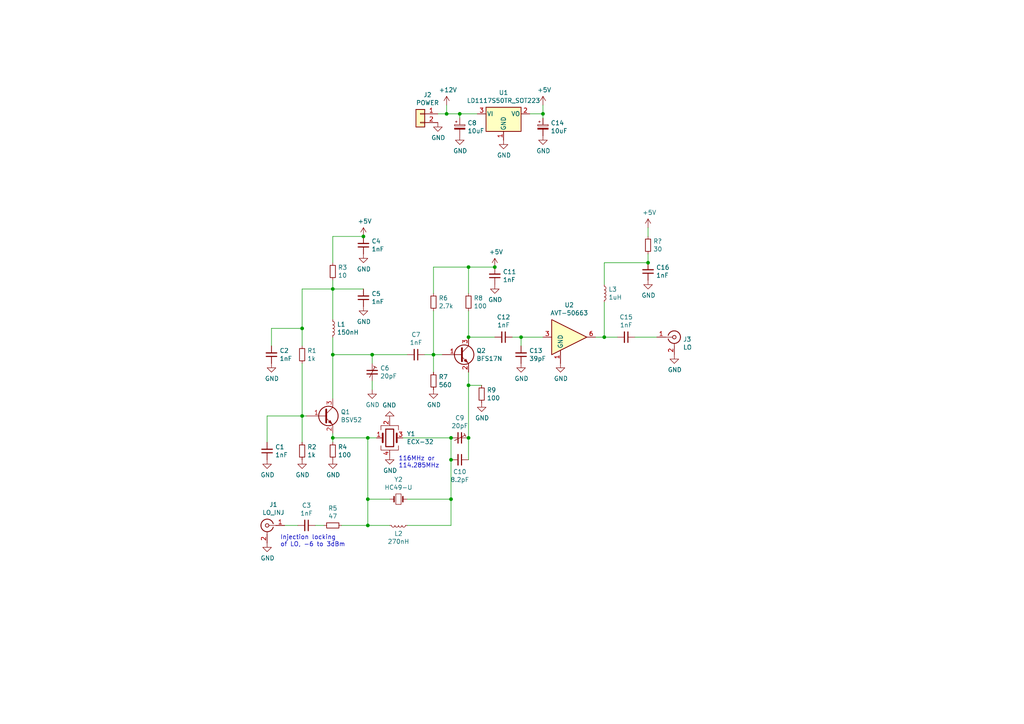
<source format=kicad_sch>
(kicad_sch (version 20211123) (generator eeschema)
  (paper "A4")
  (title_block (title "Anglian LO Board") (date "2020-11-29") (company "HB9EGM"))
  (lib_symbols
    (symbol "Connector:Conn_Coaxial" (pin_names (offset 1.016) hide)
      (property "Reference" "J" (at 0.254 3.048 0))
      (property "Value" "Conn_Coaxial" (at 2.921 0 90))
      (symbol "Conn_Coaxial_0_1"
        (arc (start -1.778 -0.508) (mid 0.2311 -1.8066) (end 1.778 0) (stroke (width 0.254)))
        (polyline (pts (xy -2.54 0) (xy -0.508 0)))
        (polyline (pts (xy 0 -2.54) (xy 0 -1.778)))
        (circle (center 0 0) (radius 0.508) (stroke (width 0.2032)))
        (arc (start 1.778 0) (mid 0.2099 1.8101) (end -1.778 0.508) (stroke (width 0.254)))
      )
      (symbol "Conn_Coaxial_1_1"
        (pin passive line (at -5.08 0 0) (length 2.54) (name "In") (number "1"))
        (pin passive line (at 0 -5.08 90) (length 2.54) (name "Ext") (number "2"))
      )
    )
    (symbol "Connector_Generic:Conn_01x02" (pin_names (offset 1.016) hide)
      (property "Reference" "J" (at 0 2.54 0))
      (property "Value" "Conn_01x02" (at 0 -5.08 0))
      (symbol "Conn_01x02_1_1"
        (rectangle (start -1.27 -2.413) (end 0 -2.667) (stroke (width 0.1524)))
        (rectangle (start -1.27 0.127) (end 0 -0.127) (stroke (width 0.1524)))
        (rectangle (start -1.27 1.27) (end 1.27 -3.81) (stroke (width 0.254)) (fill (type background)))
        (pin passive line (at -5.08 0 0) (length 3.81) (name "Pin_1") (number "1"))
        (pin passive line (at -5.08 -2.54 0) (length 3.81) (name "Pin_2") (number "2"))
      )
    )
    (symbol "Device:C_Small" (pin_numbers hide) (pin_names (offset 0.254) hide)
      (property "Reference" "C" (at 0.254 1.778 0))
      (property "Value" "C_Small" (at 0.254 -2.032 0))
      (symbol "C_Small_0_1"
        (polyline (pts (xy -1.524 -0.508) (xy 1.524 -0.508)) (stroke (width 0.3302)))
        (polyline (pts (xy -1.524 0.508) (xy 1.524 0.508)) (stroke (width 0.3048)))
      )
      (symbol "C_Small_1_1"
        (pin passive line (at 0 2.54 270) (length 2.032) (name "~") (number "1"))
        (pin passive line (at 0 -2.54 90) (length 2.032) (name "~") (number "2"))
      )
    )
    (symbol "Device:Crystal_GND24" (pin_names (offset 1.016) hide)
      (property "Reference" "Y" (at 3.175 5.08 0))
      (property "Value" "Crystal_GND24" (at 3.175 3.175 0))
      (symbol "Crystal_GND24_0_1"
        (rectangle (start -1.143 2.54) (end 1.143 -2.54) (stroke (width 0.3048)))
        (polyline (pts (xy -2.54 0) (xy -2.032 0)))
        (polyline (pts (xy -2.032 -1.27) (xy -2.032 1.27)) (stroke (width 0.508)))
        (polyline (pts (xy 0 -3.81) (xy 0 -3.556)))
        (polyline (pts (xy 0 3.556) (xy 0 3.81)))
        (polyline (pts (xy 2.032 -1.27) (xy 2.032 1.27)) (stroke (width 0.508)))
        (polyline (pts (xy 2.032 0) (xy 2.54 0)))
        (polyline (pts (xy -2.54 -2.286) (xy -2.54 -3.556) (xy 2.54 -3.556) (xy 2.54 -2.286)))
        (polyline (pts (xy -2.54 2.286) (xy -2.54 3.556) (xy 2.54 3.556) (xy 2.54 2.286)))
      )
      (symbol "Crystal_GND24_1_1"
        (pin passive line (at -3.81 0 0) (length 1.27) (name "1") (number "1"))
        (pin passive line (at 0 5.08 270) (length 1.27) (name "2") (number "2"))
        (pin passive line (at 3.81 0 180) (length 1.27) (name "3") (number "3"))
        (pin passive line (at 0 -5.08 90) (length 1.27) (name "4") (number "4"))
      )
    )
    (symbol "Device:Crystal_Small" (pin_numbers hide) (pin_names (offset 1.016) hide)
      (property "Reference" "Y" (at 0 2.54 0))
      (property "Value" "Crystal_Small" (at 0 -2.54 0))
      (symbol "Crystal_Small_0_1"
        (rectangle (start -0.762 -1.524) (end 0.762 1.524))
        (polyline (pts (xy -1.27 -0.762) (xy -1.27 0.762)) (stroke (width 0.381)))
        (polyline (pts (xy 1.27 -0.762) (xy 1.27 0.762)) (stroke (width 0.381)))
      )
      (symbol "Crystal_Small_1_1"
        (pin passive line (at -2.54 0 0) (length 1.27) (name "1") (number "1"))
        (pin passive line (at 2.54 0 180) (length 1.27) (name "2") (number "2"))
      )
    )
    (symbol "Device:L_Small" (pin_numbers hide) (pin_names (offset 0.254) hide)
      (property "Reference" "L" (at 0.762 1.016 0))
      (property "Value" "L_Small" (at 0.762 -1.016 0))
      (symbol "L_Small_0_1"
        (arc (start 0 -2.032) (mid 0.508 -1.524) (end 0 -1.016))
        (arc (start 0 -1.016) (mid 0.508 -0.508) (end 0 0))
        (arc (start 0 0) (mid 0.508 0.508) (end 0 1.016))
        (arc (start 0 1.016) (mid 0.508 1.524) (end 0 2.032))
      )
      (symbol "L_Small_1_1"
        (pin passive line (at 0 2.54 270) (length 0.508) (name "~") (number "1"))
        (pin passive line (at 0 -2.54 90) (length 0.508) (name "~") (number "2"))
      )
    )
    (symbol "Device:Q_NPN_BEC" (pin_names (offset 0) hide)
      (property "Reference" "Q" (at 5.08 1.27 0))
      (property "Value" "Q_NPN_BEC" (at 5.08 -1.27 0))
      (symbol "Q_NPN_BEC_0_1"
        (polyline (pts (xy 0.635 0.635) (xy 2.54 2.54)))
        (polyline (pts (xy 0.635 -0.635) (xy 2.54 -2.54) (xy 2.54 -2.54)))
        (polyline (pts (xy 0.635 1.905) (xy 0.635 -1.905) (xy 0.635 -1.905)) (stroke (width 0.508)))
        (polyline (pts (xy 1.27 -1.778) (xy 1.778 -1.27) (xy 2.286 -2.286) (xy 1.27 -1.778) (xy 1.27 -1.778)) (fill (type outline)))
        (circle (center 1.27 0) (radius 2.8194) (stroke (width 0.254)))
      )
      (symbol "Q_NPN_BEC_1_1"
        (pin input line (at -5.08 0 0) (length 5.715) (name "B") (number "1"))
        (pin passive line (at 2.54 -5.08 90) (length 2.54) (name "E") (number "2"))
        (pin passive line (at 2.54 5.08 270) (length 2.54) (name "C") (number "3"))
      )
    )
    (symbol "Device:R_Small" (pin_numbers hide) (pin_names (offset 0.254) hide)
      (property "Reference" "R" (at 0.762 0.508 0))
      (property "Value" "R_Small" (at 0.762 -1.016 0))
      (symbol "R_Small_0_1"
        (rectangle (start -0.762 1.778) (end 0.762 -1.778) (stroke (width 0.2032)))
      )
      (symbol "R_Small_1_1"
        (pin passive line (at 0 2.54 270) (length 0.762) (name "~") (number "1"))
        (pin passive line (at 0 -2.54 90) (length 0.762) (name "~") (number "2"))
      )
    )
    (symbol "Regulator_Linear:LD1117S50TR_SOT223" (pin_names (offset 0.254))
      (property "Reference" "U" (at -3.81 3.175 0))
      (property "Value" "LD1117S50TR_SOT223" (at 0 3.175 0))
      (symbol "LD1117S50TR_SOT223_0_1"
        (rectangle (start -5.08 -5.08) (end 5.08 1.905) (stroke (width 0.254)) (fill (type background)))
      )
      (symbol "LD1117S50TR_SOT223_1_1"
        (pin power_in line (at 0 -7.62 90) (length 2.54) (name "GND") (number "1"))
        (pin power_out line (at 7.62 0 180) (length 2.54) (name "VO") (number "2"))
        (pin power_in line (at -7.62 0 0) (length 2.54) (name "VI") (number "3"))
      )
    )
    (symbol "lo_board-rescue:CP_Small-Device" (pin_numbers hide) (pin_names (offset 0.254) hide)
      (property "Reference" "C" (at 0.254 1.778 0))
      (property "Value" "CP_Small-Device" (at 0.254 -2.032 0))
      (symbol "CP_Small-Device_0_1"
        (rectangle (start -1.524 -0.3048) (end 1.524 -0.6858) (fill (type outline)))
        (rectangle (start -1.524 0.6858) (end 1.524 0.3048))
        (polyline (pts (xy -1.27 1.524) (xy -0.762 1.524)))
        (polyline (pts (xy -1.016 1.27) (xy -1.016 1.778)))
      )
      (symbol "CP_Small-Device_1_1"
        (pin passive line (at 0 2.54 270) (length 1.8542) (name "~") (number "1"))
        (pin passive line (at 0 -2.54 90) (length 1.8542) (name "~") (number "2"))
      )
    )
    (symbol "lo_board-rescue:CTRIM_Small-Device" (pin_numbers hide) (pin_names (offset 0.254) hide)
      (property "Reference" "C" (at 1.524 -2.032 0))
      (property "Value" "CTRIM_Small-Device" (at 3.048 -3.556 0))
      (symbol "CTRIM_Small-Device_0_1"
        (polyline (pts (xy -1.524 -0.508) (xy 1.524 -0.508)) (stroke (width 0.3048)))
        (polyline (pts (xy -1.524 0.508) (xy 1.524 0.508)) (stroke (width 0.3048)))
        (polyline (pts (xy 0.762 1.524) (xy -0.762 -1.524)) (stroke (width 0.1778)))
        (polyline (pts (xy 1.27 1.27) (xy 0.381 1.778)) (stroke (width 0.1778)))
      )
      (symbol "CTRIM_Small-Device_1_1"
        (pin passive line (at 0 2.54 270) (length 2.032) (name "~") (number "1"))
        (pin passive line (at 0 -2.54 90) (length 2.032) (name "~") (number "2"))
      )
    )
    (symbol "mpb:AVT-50663"
      (property "Reference" "U" (at -1.27 7.62 0))
      (property "Value" "AVT-50663" (at 2.54 5.08 0))
      (symbol "AVT-50663_0_1"
        (polyline (pts (xy 5.08 0) (xy -5.08 5.08) (xy -5.08 -5.08) (xy 5.08 0)) (stroke (width 0.254)) (fill (type background)))
      )
      (symbol "AVT-50663_1_1"
        (pin power_in line (at -2.54 -7.62 90) (length 3.81) (name "GND") (number "1"))
        (pin power_in line (at -2.54 -7.62 90) (length 3.81) hide (name "~") (number "2"))
        (pin input line (at -7.62 0 0) (length 2.54) (name "~") (number "3"))
        (pin power_in line (at -2.54 -7.62 90) (length 3.81) hide (name "~") (number "4"))
        (pin power_in line (at -2.54 -7.62 90) (length 3.81) hide (name "~") (number "5"))
        (pin output line (at 7.62 0 180) (length 2.54) (name "~") (number "6"))
      )
    )
    (symbol "power:+12V" (power) (pin_names (offset 0))
      (property "Value" "+12V" (at 0 3.556 0))
      (symbol "+12V_0_1"
        (polyline (pts (xy -0.762 1.27) (xy 0 2.54)))
        (polyline (pts (xy 0 0) (xy 0 2.54)))
        (polyline (pts (xy 0 2.54) (xy 0.762 1.27)))
      )
      (symbol "+12V_1_1"
        (pin power_in line (at 0 0 90) (length 0) hide (name "+12V") (number "1"))
      )
    )
    (symbol "power:+5V" (power) (pin_names (offset 0))
      (property "Value" "+5V" (at 0 3.556 0))
      (symbol "+5V_0_1"
        (polyline (pts (xy -0.762 1.27) (xy 0 2.54)))
        (polyline (pts (xy 0 0) (xy 0 2.54)))
        (polyline (pts (xy 0 2.54) (xy 0.762 1.27)))
      )
      (symbol "+5V_1_1"
        (pin power_in line (at 0 0 90) (length 0) hide (name "+5V") (number "1"))
      )
    )
    (symbol "power:GND" (power) (pin_names (offset 0))
      (property "Value" "GND" (at 0 -3.81 0))
      (symbol "GND_0_1"
        (polyline (pts (xy 0 0) (xy 0 -1.27) (xy 1.27 -1.27) (xy 0 -2.54) (xy -1.27 -1.27) (xy 0 -1.27)))
      )
      (symbol "GND_1_1"
        (pin power_in line (at 0 0 270) (length 0) hide (name "GND") (number "1"))
      )
    )
  )
  (junction (at 105.41 68.58))
  (junction (at 96.52 83.82))
  (junction (at 107.95 102.87))
  (junction (at 157.48 33.02))
  (junction (at 106.68 144.78))
  (junction (at 106.68 127))
  (junction (at 130.81 127))
  (junction (at 143.51 77.47))
  (junction (at 130.81 144.78))
  (junction (at 135.89 97.79))
  (junction (at 130.81 133.35))
  (junction (at 125.73 102.87))
  (junction (at 129.54 33.02))
  (junction (at 187.96 76.2))
  (junction (at 135.89 127))
  (junction (at 135.89 77.47))
  (junction (at 96.52 127))
  (junction (at 106.68 152.4))
  (junction (at 135.89 111.76))
  (junction (at 133.35 33.02))
  (junction (at 87.63 120.65))
  (junction (at 96.52 102.87))
  (junction (at 151.13 97.79))
  (junction (at 87.63 95.25))
  (junction (at 175.26 97.79))
  (wire (pts (xy 123.19 102.87) (xy 125.73 102.87)))
  (wire (pts (xy 151.13 97.79) (xy 148.59 97.79)))
  (wire (pts (xy 118.11 152.4) (xy 130.81 152.4)))
  (wire (pts (xy 125.73 85.09) (xy 125.73 77.47)))
  (wire (pts (xy 129.54 33.02) (xy 129.54 30.48)))
  (wire (pts (xy 130.81 144.78) (xy 130.81 152.4)))
  (wire (pts (xy 127 33.02) (xy 129.54 33.02)))
  (wire (pts (xy 109.22 127) (xy 106.68 127)))
  (wire (pts (xy 78.74 100.33) (xy 78.74 95.25)))
  (wire (pts (xy 179.07 97.79) (xy 175.26 97.79)))
  (wire (pts (xy 106.68 127) (xy 96.52 127)))
  (wire (pts (xy 125.73 102.87) (xy 125.73 90.17)))
  (wire (pts (xy 143.51 97.79) (xy 135.89 97.79)))
  (wire (pts (xy 139.7 111.76) (xy 135.89 111.76)))
  (wire (pts (xy 106.68 144.78) (xy 106.68 127)))
  (wire (pts (xy 82.55 152.4) (xy 86.36 152.4)))
  (wire (pts (xy 135.89 133.35) (xy 135.89 127)))
  (wire (pts (xy 113.03 152.4) (xy 106.68 152.4)))
  (wire (pts (xy 107.95 113.03) (xy 107.95 110.49)))
  (wire (pts (xy 96.52 68.58) (xy 105.41 68.58)))
  (wire (pts (xy 106.68 152.4) (xy 106.68 144.78)))
  (wire (pts (xy 77.47 120.65) (xy 77.47 128.27)))
  (wire (pts (xy 87.63 120.65) (xy 77.47 120.65)))
  (wire (pts (xy 78.74 95.25) (xy 87.63 95.25)))
  (wire (pts (xy 133.35 33.02) (xy 138.43 33.02)))
  (wire (pts (xy 96.52 68.58) (xy 96.52 76.2)))
  (wire (pts (xy 187.96 68.58) (xy 187.96 66.04)))
  (wire (pts (xy 135.89 85.09) (xy 135.89 77.47)))
  (wire (pts (xy 125.73 77.47) (xy 135.89 77.47)))
  (wire (pts (xy 96.52 127) (xy 96.52 125.73)))
  (wire (pts (xy 135.89 107.95) (xy 135.89 111.76)))
  (wire (pts (xy 88.9 120.65) (xy 87.63 120.65)))
  (wire (pts (xy 135.89 111.76) (xy 135.89 127)))
  (wire (pts (xy 187.96 73.66) (xy 187.96 76.2)))
  (wire (pts (xy 157.48 33.02) (xy 157.48 30.48)))
  (wire (pts (xy 133.35 34.29) (xy 133.35 33.02)))
  (wire (pts (xy 184.15 97.79) (xy 190.5 97.79)))
  (wire (pts (xy 96.52 83.82) (xy 96.52 81.28)))
  (wire (pts (xy 105.41 83.82) (xy 96.52 83.82)))
  (wire (pts (xy 87.63 105.41) (xy 87.63 120.65)))
  (wire (pts (xy 153.67 33.02) (xy 157.48 33.02)))
  (wire (pts (xy 99.06 152.4) (xy 106.68 152.4)))
  (wire (pts (xy 107.95 102.87) (xy 118.11 102.87)))
  (wire (pts (xy 113.03 144.78) (xy 106.68 144.78)))
  (wire (pts (xy 87.63 83.82) (xy 87.63 95.25)))
  (wire (pts (xy 116.84 127) (xy 130.81 127)))
  (wire (pts (xy 91.44 152.4) (xy 93.98 152.4)))
  (wire (pts (xy 143.51 77.47) (xy 135.89 77.47)))
  (wire (pts (xy 96.52 83.82) (xy 87.63 83.82)))
  (wire (pts (xy 87.63 120.65) (xy 87.63 128.27)))
  (wire (pts (xy 129.54 33.02) (xy 133.35 33.02)))
  (wire (pts (xy 125.73 102.87) (xy 125.73 107.95)))
  (wire (pts (xy 96.52 127) (xy 96.52 128.27)))
  (wire (pts (xy 96.52 102.87) (xy 96.52 115.57)))
  (wire (pts (xy 157.48 34.29) (xy 157.48 33.02)))
  (wire (pts (xy 87.63 95.25) (xy 87.63 100.33)))
  (wire (pts (xy 187.96 76.2) (xy 175.26 76.2)))
  (wire (pts (xy 107.95 102.87) (xy 96.52 102.87)))
  (wire (pts (xy 175.26 97.79) (xy 172.72 97.79)))
  (wire (pts (xy 96.52 83.82) (xy 96.52 92.71)))
  (wire (pts (xy 96.52 102.87) (xy 96.52 97.79)))
  (wire (pts (xy 151.13 100.33) (xy 151.13 97.79)))
  (wire (pts (xy 107.95 105.41) (xy 107.95 102.87)))
  (wire (pts (xy 130.81 133.35) (xy 130.81 127)))
  (wire (pts (xy 118.11 144.78) (xy 130.81 144.78)))
  (wire (pts (xy 128.27 102.87) (xy 125.73 102.87)))
  (wire (pts (xy 151.13 97.79) (xy 157.48 97.79)))
  (wire (pts (xy 135.89 97.79) (xy 135.89 90.17)))
  (wire (pts (xy 175.26 76.2) (xy 175.26 82.55)))
  (wire (pts (xy 175.26 87.63) (xy 175.26 97.79)))
  (wire (pts (xy 130.81 144.78) (xy 130.81 133.35)))
  (text "116MHz or\n114.285MHz" (at 115.57 135.89 0) (effects (font (size 1.27 1.27)) (justify left bottom)))
  (text "Injection locking\nof LO, -6 to 3dBm" (at 81.28 158.75 0) (effects (font (size 1.27 1.27)) (justify left bottom)))
  (symbol (lib_id "Connector_Generic:Conn_01x02") (at 121.92 33.02 0) (mirror y) (unit 1)
    (property "Reference" "J2" (at 124.0028 27.5082 0))
    (property "Value" "POWER" (at 124.0028 29.8196 0))
    (property "Footprint" "Connector_PinHeader_2.54mm:PinHeader_1x02_P2.54mm_Vertical" (effects hide))
  )
  (symbol (lib_id "Regulator_Linear:LD1117S50TR_SOT223") (at 146.05 33.02 0) (unit 1)
    (property "Reference" "U1" (at 146.05 26.8732 0))
    (property "Value" "LD1117S50TR_SOT223" (at 146.05 29.1846 0))
    (property "Footprint" "Package_TO_SOT_SMD:SOT-223-3_TabPin2" (effects hide))
    (property "Datasheet" "http://www.st.com/st-web-ui/static/active/en/resource/technical/document/datasheet/CD00000544.pdf" (effects hide))
  )
  (symbol (lib_id "power:GND") (at 127 35.56 0) (unit 1)
    (property "Reference" "#PWR013" (effects hide))
    (property "Value" "GND" (at 127.127 39.9542 0))
  )
  (symbol (lib_id "power:+12V") (at 129.54 30.48 0) (unit 1)
    (property "Reference" "#PWR014" (effects hide))
    (property "Value" "+12V" (at 129.921 26.0858 0))
  )
  (symbol (lib_id "power:+5V") (at 157.48 30.48 0) (unit 1)
    (property "Reference" "#PWR021" (effects hide))
    (property "Value" "+5V" (at 157.861 26.0858 0))
  )
  (symbol (lib_id "power:GND") (at 146.05 40.64 0) (unit 1)
    (property "Reference" "#PWR019" (effects hide))
    (property "Value" "GND" (at 146.177 45.0342 0))
  )
  (symbol (lib_id "lo_board-rescue:CP_Small-Device") (at 133.35 36.83 0) (unit 1)
    (property "Reference" "C8" (at 135.5852 35.6616 0) (effects (justify left)))
    (property "Value" "10uF" (at 135.5852 37.973 0) (effects (justify left)))
    (property "Footprint" "Capacitor_SMD:C_1210_3225Metric_Pad1.33x2.70mm_HandSolder" (effects hide))
    (property "MPN" "TAJA106K016RNJ" (effects hide))
  )
  (symbol (lib_id "power:GND") (at 157.48 39.37 0) (unit 1)
    (property "Reference" "#PWR022" (effects hide))
    (property "Value" "GND" (at 157.607 43.7642 0))
  )
  (symbol (lib_id "power:GND") (at 133.35 39.37 0) (unit 1)
    (property "Reference" "#PWR015" (effects hide))
    (property "Value" "GND" (at 133.477 43.7642 0))
  )
  (symbol (lib_id "lo_board-rescue:CP_Small-Device") (at 157.48 36.83 0) (unit 1)
    (property "Reference" "C14" (at 159.7152 35.6616 0) (effects (justify left)))
    (property "Value" "10uF" (at 159.7152 37.973 0) (effects (justify left)))
    (property "Footprint" "Capacitor_SMD:C_1210_3225Metric_Pad1.33x2.70mm_HandSolder" (effects hide))
    (property "MPN" "TAJA106K016RNJ" (effects hide))
  )
  (symbol (lib_id "Device:C_Small") (at 181.61 97.79 270) (unit 1)
    (property "Reference" "C15" (at 181.61 91.9734 90))
    (property "Value" "1nF" (at 181.61 94.2848 90))
    (property "Footprint" "Capacitor_SMD:C_0805_2012Metric" (effects hide))
    (property "MPN" "VJ0805A102GXXPW1BC" (effects hide))
  )
  (symbol (lib_id "Connector:Conn_Coaxial") (at 195.58 97.79 0) (unit 1)
    (property "Reference" "J3" (at 198.12 98.425 0) (effects (justify left)))
    (property "Value" "LO" (at 198.12 100.7364 0) (effects (justify left)))
    (property "Footprint" "Connector_Coaxial:SMA_Amphenol_132289_EdgeMount" (effects hide))
    (property "Datasheet" " ~" (effects hide))
  )
  (symbol (lib_id "Device:L_Small") (at 175.26 85.09 0) (unit 1)
    (property "Reference" "L3" (at 176.4792 83.9216 0) (effects (justify left)))
    (property "Value" "1uH" (at 176.4792 86.233 0) (effects (justify left)))
    (property "Footprint" "Inductor_SMD:L_1008_2520Metric" (effects hide))
    (property "MPN" "LQW2UAS1R0F0CL" (effects hide))
  )
  (symbol (lib_id "power:GND") (at 162.56 105.41 0) (unit 1)
    (property "Reference" "#PWR023" (effects hide))
    (property "Value" "GND" (at 162.687 109.8042 0))
  )
  (symbol (lib_id "power:GND") (at 195.58 102.87 0) (unit 1)
    (property "Reference" "#PWR026" (effects hide))
    (property "Value" "GND" (at 195.707 107.2642 0))
  )
  (symbol (lib_id "power:GND") (at 187.96 81.28 0) (unit 1)
    (property "Reference" "#PWR025" (effects hide))
    (property "Value" "GND" (at 188.087 85.6742 0))
  )
  (symbol (lib_id "power:+5V") (at 187.96 66.04 0) (unit 1)
    (property "Reference" "#PWR024" (effects hide))
    (property "Value" "+5V" (at 188.341 61.6458 0))
  )
  (symbol (lib_id "Device:C_Small") (at 151.13 102.87 180) (unit 1)
    (property "Reference" "C13" (at 153.4668 101.7016 0) (effects (justify right)))
    (property "Value" "39pF" (at 153.4668 104.013 0) (effects (justify right)))
    (property "Footprint" "Capacitor_SMD:C_0603_1608Metric_Pad1.08x0.95mm_HandSolder" (effects hide))
    (property "MPN" "CBR" (effects hide))
  )
  (symbol (lib_id "power:GND") (at 151.13 105.41 0) (unit 1)
    (property "Reference" "#PWR020" (effects hide))
    (property "Value" "GND" (at 151.257 109.8042 0))
  )
  (symbol (lib_id "Device:R_Small") (at 135.89 87.63 180) (unit 1)
    (property "Reference" "R8" (at 137.3886 86.4616 0) (effects (justify right)))
    (property "Value" "100" (at 137.3886 88.773 0) (effects (justify right)))
    (property "Footprint" "Resistor_SMD:R_0603_1608Metric_Pad0.98x0.95mm_HandSolder" (effects hide))
  )
  (symbol (lib_id "power:GND") (at 143.51 82.55 0) (unit 1)
    (property "Reference" "#PWR018" (effects hide))
    (property "Value" "GND" (at 143.637 86.9442 0))
  )
  (symbol (lib_id "power:+5V") (at 143.51 77.47 0) (unit 1)
    (property "Reference" "#PWR017" (effects hide))
    (property "Value" "+5V" (at 143.891 73.0758 0))
  )
  (symbol (lib_id "Device:Q_NPN_BEC") (at 133.35 102.87 0) (unit 1)
    (property "Reference" "Q2" (at 138.176 101.7016 0) (effects (justify left)))
    (property "Value" "BFS17N" (at 138.176 104.013 0) (effects (justify left)))
    (property "Footprint" "Package_TO_SOT_SMD:SOT-23_Handsoldering" (effects hide))
    (property "MPN" "BFS17N" (effects hide))
  )
  (symbol (lib_id "Device:R_Small") (at 125.73 87.63 180) (unit 1)
    (property "Reference" "R6" (at 127.2286 86.4616 0) (effects (justify right)))
    (property "Value" "2.7k" (at 127.2286 88.773 0) (effects (justify right)))
    (property "Footprint" "Resistor_SMD:R_0603_1608Metric_Pad0.98x0.95mm_HandSolder" (effects hide))
  )
  (symbol (lib_id "mpb:AVT-50663") (at 165.1 97.79 0) (unit 1)
    (property "Reference" "U2" (at 165.1 88.4682 0))
    (property "Value" "AVT-50663" (at 165.1 90.7796 0))
    (property "Footprint" "Package_TO_SOT_SMD:SOT-363_SC-70-6_Handsoldering" (effects hide))
  )
  (symbol (lib_id "Device:C_Small") (at 146.05 97.79 270) (unit 1)
    (property "Reference" "C12" (at 146.05 91.9734 90))
    (property "Value" "1nF" (at 146.05 94.2848 90))
    (property "Footprint" "Capacitor_SMD:C_0805_2012Metric" (effects hide))
    (property "MPN" "VJ0805A102GXXPW1BC" (effects hide))
  )
  (symbol (lib_id "Device:C_Small") (at 143.51 80.01 180) (unit 1)
    (property "Reference" "C11" (at 145.8468 78.8416 0) (effects (justify right)))
    (property "Value" "1nF" (at 145.8468 81.153 0) (effects (justify right)))
    (property "Footprint" "Capacitor_SMD:C_0805_2012Metric" (effects hide))
    (property "MPN" "VJ0805A102GXXPW1BC" (effects hide))
  )
  (symbol (lib_id "Device:C_Small") (at 187.96 78.74 180) (unit 1)
    (property "Reference" "C16" (at 190.2968 77.5716 0) (effects (justify right)))
    (property "Value" "1nF" (at 190.2968 79.883 0) (effects (justify right)))
    (property "Footprint" "Capacitor_SMD:C_0805_2012Metric" (effects hide))
    (property "MPN" "VJ0805A102GXXPW1BC" (effects hide))
  )
  (symbol (lib_id "Device:R_Small") (at 125.73 110.49 180) (unit 1)
    (property "Reference" "R7" (at 127.2286 109.3216 0) (effects (justify right)))
    (property "Value" "560" (at 127.2286 111.633 0) (effects (justify right)))
    (property "Footprint" "Resistor_SMD:R_0603_1608Metric_Pad0.98x0.95mm_HandSolder" (effects hide))
  )
  (symbol (lib_id "power:GND") (at 125.73 113.03 0) (unit 1)
    (property "Reference" "#PWR012" (effects hide))
    (property "Value" "GND" (at 125.857 117.4242 0))
  )
  (symbol (lib_id "Device:R_Small") (at 139.7 114.3 180) (unit 1)
    (property "Reference" "R9" (at 141.1986 113.1316 0) (effects (justify right)))
    (property "Value" "100" (at 141.1986 115.443 0) (effects (justify right)))
    (property "Footprint" "Resistor_SMD:R_0603_1608Metric_Pad0.98x0.95mm_HandSolder" (effects hide))
  )
  (symbol (lib_id "power:GND") (at 139.7 116.84 0) (unit 1)
    (property "Reference" "#PWR016" (effects hide))
    (property "Value" "GND" (at 139.827 121.2342 0))
  )
  (symbol (lib_id "Device:C_Small") (at 120.65 102.87 270) (unit 1)
    (property "Reference" "C7" (at 120.65 97.0534 90))
    (property "Value" "1nF" (at 120.65 99.3648 90))
    (property "Footprint" "Capacitor_SMD:C_0805_2012Metric" (effects hide))
    (property "MPN" "VJ0805A102GXXPW1BC" (effects hide))
  )
  (symbol (lib_id "lo_board-rescue:CTRIM_Small-Device") (at 107.95 107.95 0) (unit 1)
    (property "Reference" "C6" (at 110.2614 106.7816 0) (effects (justify left)))
    (property "Value" "20pF" (at 110.2614 109.093 0) (effects (justify left)))
    (property "Footprint" "picardy:C_Trimmer_Vishay_BFC2_808" (effects hide))
    (property "MPN" "222280823279" (effects hide))
  )
  (symbol (lib_id "power:GND") (at 107.95 113.03 0) (unit 1)
    (property "Reference" "#PWR09" (effects hide))
    (property "Value" "GND" (at 108.077 117.4242 0))
  )
  (symbol (lib_id "lo_board-rescue:CTRIM_Small-Device") (at 133.35 127 270) (mirror x) (unit 1)
    (property "Reference" "C9" (at 133.35 121.2088 90))
    (property "Value" "20pF" (at 133.35 123.5202 90))
    (property "Footprint" "picardy:C_Trimmer_Vishay_BFC2_808" (effects hide))
    (property "MPN" "222280823279" (effects hide))
  )
  (symbol (lib_id "Device:C_Small") (at 133.35 133.35 270) (unit 1)
    (property "Reference" "C10" (at 133.35 136.8298 90))
    (property "Value" "8.2pF" (at 133.35 139.1412 90))
    (property "Footprint" "Capacitor_SMD:C_0603_1608Metric_Pad1.08x0.95mm_HandSolder" (effects hide))
    (property "MPN" "CBR" (effects hide))
  )
  (symbol (lib_id "Device:L_Small") (at 115.57 152.4 270) (unit 1)
    (property "Reference" "L2" (at 115.57 154.7622 90))
    (property "Value" "270nH" (at 115.57 157.0736 90))
    (property "Footprint" "Inductor_SMD:L_0805_2012Metric_Pad1.15x1.40mm_HandSolder" (effects hide))
    (property "MPN" "LQW2BASR27G00L" (effects hide))
  )
  (symbol (lib_id "Device:Crystal_GND24") (at 113.03 127 0) (unit 1)
    (property "Reference" "Y1" (at 117.9576 125.8316 0) (effects (justify left)))
    (property "Value" "ECX-32" (at 117.9576 128.143 0) (effects (justify left)))
    (property "Footprint" "picardy:CX3225SB" (effects hide))
    (property "MPN" "ECS-1142.85-18-33-JTN-TR" (effects hide))
  )
  (symbol (lib_id "Device:Crystal_Small") (at 115.57 144.78 0) (unit 1)
    (property "Reference" "Y2" (at 115.57 139.065 0))
    (property "Value" "HC49-U" (at 115.57 141.3764 0))
    (property "Footprint" "Crystal:Crystal_HC49-U_Vertical" (effects hide))
  )
  (symbol (lib_id "power:GND") (at 113.03 132.08 0) (unit 1)
    (property "Reference" "#PWR011" (effects hide))
    (property "Value" "GND" (at 113.157 136.4742 0))
  )
  (symbol (lib_id "power:GND") (at 113.03 121.92 180) (unit 1)
    (property "Reference" "#PWR010" (effects hide))
    (property "Value" "GND" (at 112.903 117.5258 0))
  )
  (symbol (lib_id "Device:R_Small") (at 96.52 152.4 90) (unit 1)
    (property "Reference" "R5" (at 96.52 147.4216 90))
    (property "Value" "47" (at 96.52 149.733 90))
    (property "Footprint" "Resistor_SMD:R_0603_1608Metric_Pad0.98x0.95mm_HandSolder" (effects hide))
  )
  (symbol (lib_id "Device:C_Small") (at 88.9 152.4 270) (unit 1)
    (property "Reference" "C3" (at 88.9 146.5834 90))
    (property "Value" "1nF" (at 88.9 148.8948 90))
    (property "Footprint" "Capacitor_SMD:C_0805_2012Metric" (effects hide))
    (property "MPN" "VJ0805A102GXXPW1BC" (effects hide))
  )
  (symbol (lib_id "Connector:Conn_Coaxial") (at 77.47 152.4 0) (mirror y) (unit 1)
    (property "Reference" "J1" (at 79.2988 146.3548 0))
    (property "Value" "LO_INJ" (at 79.2988 148.6662 0))
    (property "Footprint" "Connector_Coaxial:SMA_Amphenol_132289_EdgeMount" (effects hide))
    (property "Datasheet" " ~" (effects hide))
  )
  (symbol (lib_id "power:GND") (at 77.47 157.48 0) (unit 1)
    (property "Reference" "#PWR02" (effects hide))
    (property "Value" "GND" (at 77.597 161.8742 0))
  )
  (symbol (lib_id "Device:R_Small") (at 96.52 130.81 180) (unit 1)
    (property "Reference" "R4" (at 98.0186 129.6416 0) (effects (justify right)))
    (property "Value" "100" (at 98.0186 131.953 0) (effects (justify right)))
    (property "Footprint" "Resistor_SMD:R_0603_1608Metric_Pad0.98x0.95mm_HandSolder" (effects hide))
  )
  (symbol (lib_id "power:GND") (at 96.52 133.35 0) (unit 1)
    (property "Reference" "#PWR05" (effects hide))
    (property "Value" "GND" (at 96.647 137.7442 0))
  )
  (symbol (lib_id "Device:Q_NPN_BEC") (at 93.98 120.65 0) (unit 1)
    (property "Reference" "Q1" (at 98.806 119.4816 0) (effects (justify left)))
    (property "Value" "BSV52" (at 98.806 121.793 0) (effects (justify left)))
    (property "Footprint" "Package_TO_SOT_SMD:SOT-23_Handsoldering" (effects hide))
    (property "MPN" "BSV52LT1G" (effects hide))
  )
  (symbol (lib_id "Device:L_Small") (at 96.52 95.25 0) (unit 1)
    (property "Reference" "L1" (at 97.7392 94.0816 0) (effects (justify left)))
    (property "Value" "150nH" (at 97.7392 96.393 0) (effects (justify left)))
    (property "Footprint" "Inductor_SMD:L_1008_2520Metric" (effects hide))
    (property "MPN" "LQW2UASR15F00L" (effects hide))
  )
  (symbol (lib_id "Device:C_Small") (at 105.41 86.36 180) (unit 1)
    (property "Reference" "C5" (at 107.7468 85.1916 0) (effects (justify right)))
    (property "Value" "1nF" (at 107.7468 87.503 0) (effects (justify right)))
    (property "Footprint" "Capacitor_SMD:C_0805_2012Metric" (effects hide))
    (property "MPN" "VJ0805A102GXXPW1BC" (effects hide))
  )
  (symbol (lib_id "power:GND") (at 105.41 88.9 0) (unit 1)
    (property "Reference" "#PWR08" (effects hide))
    (property "Value" "GND" (at 105.537 93.2942 0))
  )
  (symbol (lib_id "Device:R_Small") (at 87.63 102.87 180) (unit 1)
    (property "Reference" "R1" (at 89.1286 101.7016 0) (effects (justify right)))
    (property "Value" "1k" (at 89.1286 104.013 0) (effects (justify right)))
    (property "Footprint" "Resistor_SMD:R_0603_1608Metric_Pad0.98x0.95mm_HandSolder" (effects hide))
  )
  (symbol (lib_id "Device:C_Small") (at 78.74 102.87 180) (unit 1)
    (property "Reference" "C2" (at 81.0768 101.7016 0) (effects (justify right)))
    (property "Value" "1nF" (at 81.0768 104.013 0) (effects (justify right)))
    (property "Footprint" "Capacitor_SMD:C_0805_2012Metric" (effects hide))
    (property "MPN" "VJ0805A102GXXPW1BC" (effects hide))
  )
  (symbol (lib_id "power:GND") (at 78.74 105.41 0) (unit 1)
    (property "Reference" "#PWR03" (effects hide))
    (property "Value" "GND" (at 78.867 109.8042 0))
  )
  (symbol (lib_id "Device:C_Small") (at 77.47 130.81 180) (unit 1)
    (property "Reference" "C1" (at 79.8068 129.6416 0) (effects (justify right)))
    (property "Value" "1nF" (at 79.8068 131.953 0) (effects (justify right)))
    (property "Footprint" "Capacitor_SMD:C_0805_2012Metric" (effects hide))
    (property "MPN" "VJ0805A102GXXPW1BC" (effects hide))
  )
  (symbol (lib_id "power:GND") (at 77.47 133.35 0) (unit 1)
    (property "Reference" "#PWR01" (effects hide))
    (property "Value" "GND" (at 77.597 137.7442 0))
  )
  (symbol (lib_id "Device:R_Small") (at 87.63 130.81 180) (unit 1)
    (property "Reference" "R2" (at 89.1286 129.6416 0) (effects (justify right)))
    (property "Value" "1k" (at 89.1286 131.953 0) (effects (justify right)))
    (property "Footprint" "Resistor_SMD:R_0603_1608Metric_Pad0.98x0.95mm_HandSolder" (effects hide))
  )
  (symbol (lib_id "power:GND") (at 87.63 133.35 0) (unit 1)
    (property "Reference" "#PWR04" (effects hide))
    (property "Value" "GND" (at 87.757 137.7442 0))
  )
  (symbol (lib_id "Device:R_Small") (at 96.52 78.74 180) (unit 1)
    (property "Reference" "R3" (at 98.0186 77.5716 0) (effects (justify right)))
    (property "Value" "10" (at 98.0186 79.883 0) (effects (justify right)))
    (property "Footprint" "Resistor_SMD:R_0603_1608Metric_Pad0.98x0.95mm_HandSolder" (effects hide))
  )
  (symbol (lib_id "power:GND") (at 105.41 73.66 0) (unit 1)
    (property "Reference" "#PWR07" (effects hide))
    (property "Value" "GND" (at 105.537 78.0542 0))
  )
  (symbol (lib_id "power:+5V") (at 105.41 68.58 0) (unit 1)
    (property "Reference" "#PWR06" (effects hide))
    (property "Value" "+5V" (at 105.791 64.1858 0))
  )
  (symbol (lib_id "Device:C_Small") (at 105.41 71.12 180) (unit 1)
    (property "Reference" "C4" (at 107.7468 69.9516 0) (effects (justify right)))
    (property "Value" "1nF" (at 107.7468 72.263 0) (effects (justify right)))
    (property "Footprint" "Capacitor_SMD:C_0805_2012Metric" (effects hide))
    (property "MPN" "VJ0805A102GXXPW1BC" (effects hide))
  )
  (symbol (lib_id "Device:R_Small") (at 187.96 71.12 180) (unit 1)
    (property "Reference" "R?" (at 189.4586 69.9516 0) (effects (justify right)))
    (property "Value" "30" (at 189.4586 72.263 0) (effects (justify right)))
    (property "Footprint" "Resistor_SMD:R_0603_1608Metric_Pad0.98x0.95mm_HandSolder" (effects hide))
  )
)
</source>
